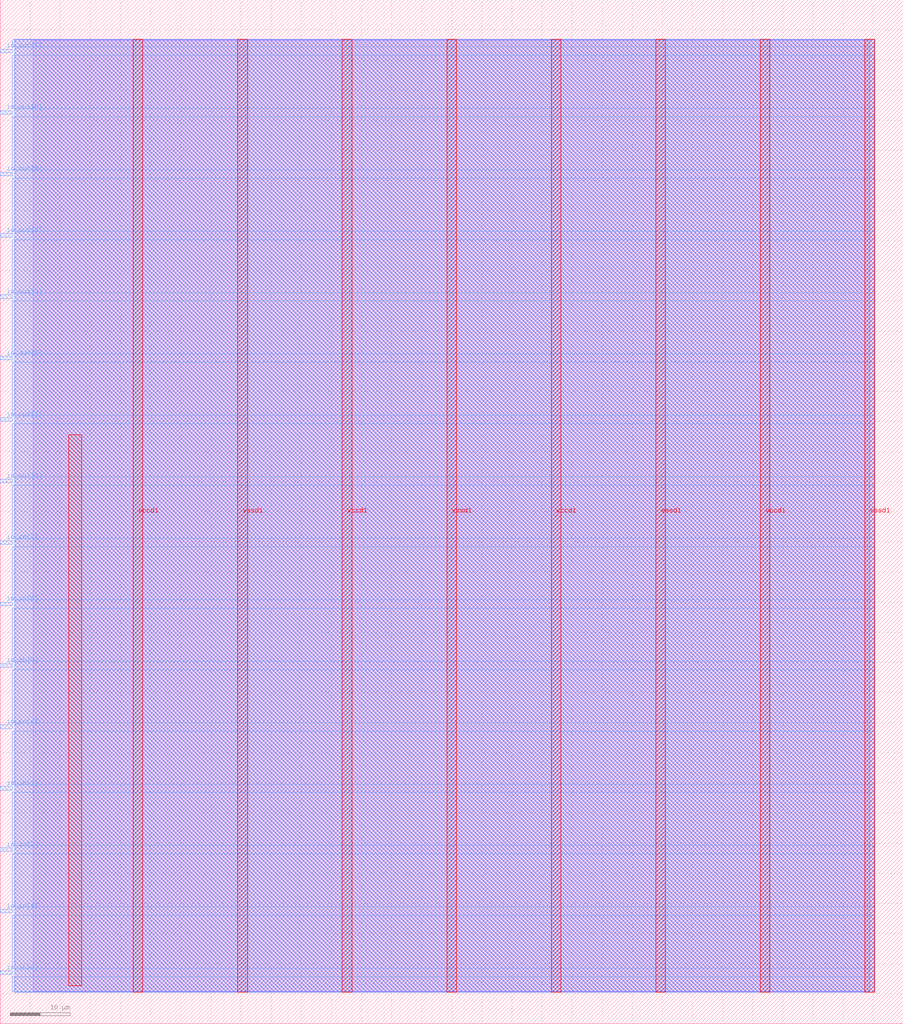
<source format=lef>
VERSION 5.7 ;
  NOWIREEXTENSIONATPIN ON ;
  DIVIDERCHAR "/" ;
  BUSBITCHARS "[]" ;
MACRO user_module_340805072482992722
  CLASS BLOCK ;
  FOREIGN user_module_340805072482992722 ;
  ORIGIN 0.000 0.000 ;
  SIZE 150.000 BY 170.000 ;
  PIN io_in[0]
    DIRECTION INPUT ;
    USE SIGNAL ;
    PORT
      LAYER met3 ;
        RECT 0.000 8.200 2.000 8.800 ;
    END
  END io_in[0]
  PIN io_in[1]
    DIRECTION INPUT ;
    USE SIGNAL ;
    PORT
      LAYER met3 ;
        RECT 0.000 18.400 2.000 19.000 ;
    END
  END io_in[1]
  PIN io_in[2]
    DIRECTION INPUT ;
    USE SIGNAL ;
    PORT
      LAYER met3 ;
        RECT 0.000 28.600 2.000 29.200 ;
    END
  END io_in[2]
  PIN io_in[3]
    DIRECTION INPUT ;
    USE SIGNAL ;
    PORT
      LAYER met3 ;
        RECT 0.000 38.800 2.000 39.400 ;
    END
  END io_in[3]
  PIN io_in[4]
    DIRECTION INPUT ;
    USE SIGNAL ;
    PORT
      LAYER met3 ;
        RECT 0.000 49.000 2.000 49.600 ;
    END
  END io_in[4]
  PIN io_in[5]
    DIRECTION INPUT ;
    USE SIGNAL ;
    PORT
      LAYER met3 ;
        RECT 0.000 59.200 2.000 59.800 ;
    END
  END io_in[5]
  PIN io_in[6]
    DIRECTION INPUT ;
    USE SIGNAL ;
    PORT
      LAYER met3 ;
        RECT 0.000 69.400 2.000 70.000 ;
    END
  END io_in[6]
  PIN io_in[7]
    DIRECTION INPUT ;
    USE SIGNAL ;
    PORT
      LAYER met3 ;
        RECT 0.000 79.600 2.000 80.200 ;
    END
  END io_in[7]
  PIN io_out[0]
    DIRECTION OUTPUT TRISTATE ;
    USE SIGNAL ;
    PORT
      LAYER met3 ;
        RECT 0.000 89.800 2.000 90.400 ;
    END
  END io_out[0]
  PIN io_out[1]
    DIRECTION OUTPUT TRISTATE ;
    USE SIGNAL ;
    PORT
      LAYER met3 ;
        RECT 0.000 100.000 2.000 100.600 ;
    END
  END io_out[1]
  PIN io_out[2]
    DIRECTION OUTPUT TRISTATE ;
    USE SIGNAL ;
    PORT
      LAYER met3 ;
        RECT 0.000 110.200 2.000 110.800 ;
    END
  END io_out[2]
  PIN io_out[3]
    DIRECTION OUTPUT TRISTATE ;
    USE SIGNAL ;
    PORT
      LAYER met3 ;
        RECT 0.000 120.400 2.000 121.000 ;
    END
  END io_out[3]
  PIN io_out[4]
    DIRECTION OUTPUT TRISTATE ;
    USE SIGNAL ;
    PORT
      LAYER met3 ;
        RECT 0.000 130.600 2.000 131.200 ;
    END
  END io_out[4]
  PIN io_out[5]
    DIRECTION OUTPUT TRISTATE ;
    USE SIGNAL ;
    PORT
      LAYER met3 ;
        RECT 0.000 140.800 2.000 141.400 ;
    END
  END io_out[5]
  PIN io_out[6]
    DIRECTION OUTPUT TRISTATE ;
    USE SIGNAL ;
    PORT
      LAYER met3 ;
        RECT 0.000 151.000 2.000 151.600 ;
    END
  END io_out[6]
  PIN io_out[7]
    DIRECTION OUTPUT TRISTATE ;
    USE SIGNAL ;
    PORT
      LAYER met3 ;
        RECT 0.000 161.200 2.000 161.800 ;
    END
  END io_out[7]
  PIN vccd1
    DIRECTION INOUT ;
    USE POWER ;
    PORT
      LAYER met4 ;
        RECT 22.085 5.200 23.685 163.440 ;
    END
    PORT
      LAYER met4 ;
        RECT 56.815 5.200 58.415 163.440 ;
    END
    PORT
      LAYER met4 ;
        RECT 91.545 5.200 93.145 163.440 ;
    END
    PORT
      LAYER met4 ;
        RECT 126.275 5.200 127.875 163.440 ;
    END
  END vccd1
  PIN vssd1
    DIRECTION INOUT ;
    USE GROUND ;
    PORT
      LAYER met4 ;
        RECT 39.450 5.200 41.050 163.440 ;
    END
    PORT
      LAYER met4 ;
        RECT 74.180 5.200 75.780 163.440 ;
    END
    PORT
      LAYER met4 ;
        RECT 108.910 5.200 110.510 163.440 ;
    END
    PORT
      LAYER met4 ;
        RECT 143.640 5.200 145.240 163.440 ;
    END
  END vssd1
  OBS
      LAYER li1 ;
        RECT 5.520 5.355 144.440 163.285 ;
      LAYER met1 ;
        RECT 2.370 5.200 145.240 163.440 ;
      LAYER met2 ;
        RECT 2.390 5.255 145.210 163.385 ;
      LAYER met3 ;
        RECT 2.000 162.200 145.230 163.365 ;
        RECT 2.400 160.800 145.230 162.200 ;
        RECT 2.000 152.000 145.230 160.800 ;
        RECT 2.400 150.600 145.230 152.000 ;
        RECT 2.000 141.800 145.230 150.600 ;
        RECT 2.400 140.400 145.230 141.800 ;
        RECT 2.000 131.600 145.230 140.400 ;
        RECT 2.400 130.200 145.230 131.600 ;
        RECT 2.000 121.400 145.230 130.200 ;
        RECT 2.400 120.000 145.230 121.400 ;
        RECT 2.000 111.200 145.230 120.000 ;
        RECT 2.400 109.800 145.230 111.200 ;
        RECT 2.000 101.000 145.230 109.800 ;
        RECT 2.400 99.600 145.230 101.000 ;
        RECT 2.000 90.800 145.230 99.600 ;
        RECT 2.400 89.400 145.230 90.800 ;
        RECT 2.000 80.600 145.230 89.400 ;
        RECT 2.400 79.200 145.230 80.600 ;
        RECT 2.000 70.400 145.230 79.200 ;
        RECT 2.400 69.000 145.230 70.400 ;
        RECT 2.000 60.200 145.230 69.000 ;
        RECT 2.400 58.800 145.230 60.200 ;
        RECT 2.000 50.000 145.230 58.800 ;
        RECT 2.400 48.600 145.230 50.000 ;
        RECT 2.000 39.800 145.230 48.600 ;
        RECT 2.400 38.400 145.230 39.800 ;
        RECT 2.000 29.600 145.230 38.400 ;
        RECT 2.400 28.200 145.230 29.600 ;
        RECT 2.000 19.400 145.230 28.200 ;
        RECT 2.400 18.000 145.230 19.400 ;
        RECT 2.000 9.200 145.230 18.000 ;
        RECT 2.400 7.800 145.230 9.200 ;
        RECT 2.000 5.275 145.230 7.800 ;
      LAYER met4 ;
        RECT 11.335 6.295 13.505 97.745 ;
  END
END user_module_340805072482992722
END LIBRARY


</source>
